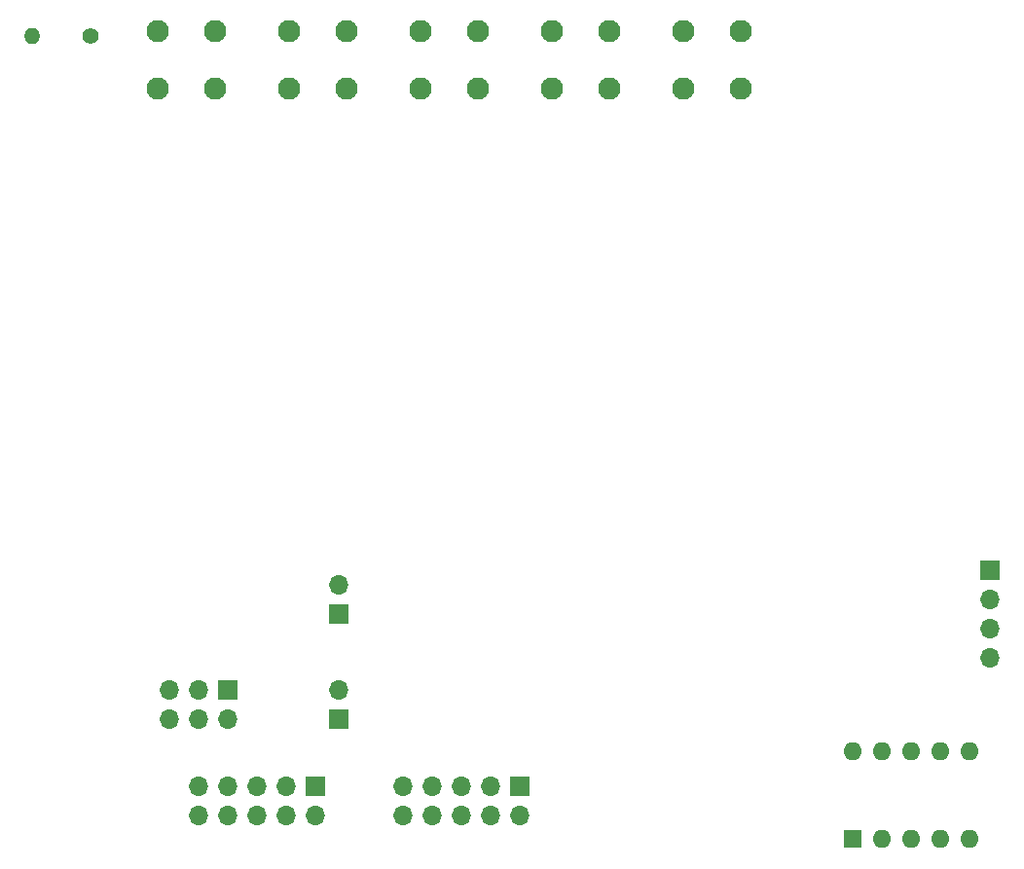
<source format=gbr>
%TF.GenerationSoftware,KiCad,Pcbnew,5.1.10-88a1d61d58~90~ubuntu20.04.1*%
%TF.CreationDate,2021-10-13T16:14:00+02:00*%
%TF.ProjectId,AI_V1,41495f56-312e-46b6-9963-61645f706362,rev?*%
%TF.SameCoordinates,Original*%
%TF.FileFunction,Soldermask,Bot*%
%TF.FilePolarity,Negative*%
%FSLAX46Y46*%
G04 Gerber Fmt 4.6, Leading zero omitted, Abs format (unit mm)*
G04 Created by KiCad (PCBNEW 5.1.10-88a1d61d58~90~ubuntu20.04.1) date 2021-10-13 16:14:00*
%MOMM*%
%LPD*%
G01*
G04 APERTURE LIST*
%ADD10O,1.600000X1.600000*%
%ADD11R,1.600000X1.600000*%
%ADD12C,1.950000*%
%ADD13O,1.700000X1.700000*%
%ADD14R,1.700000X1.700000*%
%ADD15O,1.400000X1.400000*%
%ADD16C,1.400000*%
G04 APERTURE END LIST*
D10*
%TO.C,SW1*%
X173736000Y-125476000D03*
X183896000Y-133096000D03*
X176276000Y-125476000D03*
X181356000Y-133096000D03*
X178816000Y-125476000D03*
X178816000Y-133096000D03*
X181356000Y-125476000D03*
X176276000Y-133096000D03*
X183896000Y-125476000D03*
D11*
X173736000Y-133096000D03*
%TD*%
D12*
%TO.C,J11*%
X118284000Y-62818000D03*
X118284000Y-67818000D03*
X113284000Y-62818000D03*
X113284000Y-67818000D03*
%TD*%
%TO.C,J10*%
X164004000Y-62818000D03*
X164004000Y-67818000D03*
X159004000Y-62818000D03*
X159004000Y-67818000D03*
%TD*%
%TO.C,J9*%
X152574000Y-62818000D03*
X152574000Y-67818000D03*
X147574000Y-62818000D03*
X147574000Y-67818000D03*
%TD*%
%TO.C,J8*%
X141144000Y-62818000D03*
X141144000Y-67818000D03*
X136144000Y-62818000D03*
X136144000Y-67818000D03*
%TD*%
%TO.C,J7*%
X129714000Y-62818000D03*
X129714000Y-67818000D03*
X124714000Y-62818000D03*
X124714000Y-67818000D03*
%TD*%
D13*
%TO.C,J6*%
X116840000Y-131064000D03*
X116840000Y-128524000D03*
X119380000Y-131064000D03*
X119380000Y-128524000D03*
X121920000Y-131064000D03*
X121920000Y-128524000D03*
X124460000Y-131064000D03*
X124460000Y-128524000D03*
X127000000Y-131064000D03*
D14*
X127000000Y-128524000D03*
%TD*%
D13*
%TO.C,J5*%
X134620000Y-131064000D03*
X134620000Y-128524000D03*
X137160000Y-131064000D03*
X137160000Y-128524000D03*
X139700000Y-131064000D03*
X139700000Y-128524000D03*
X142240000Y-131064000D03*
X142240000Y-128524000D03*
X144780000Y-131064000D03*
D14*
X144780000Y-128524000D03*
%TD*%
D13*
%TO.C,J4*%
X114300000Y-122682000D03*
X114300000Y-120142000D03*
X116840000Y-122682000D03*
X116840000Y-120142000D03*
X119380000Y-122682000D03*
D14*
X119380000Y-120142000D03*
%TD*%
D13*
%TO.C,J3*%
X129032000Y-110998000D03*
D14*
X129032000Y-113538000D03*
%TD*%
D13*
%TO.C,J2*%
X129032000Y-120142000D03*
D14*
X129032000Y-122682000D03*
%TD*%
D13*
%TO.C,J1*%
X185674000Y-117348000D03*
X185674000Y-114808000D03*
X185674000Y-112268000D03*
D14*
X185674000Y-109728000D03*
%TD*%
D15*
%TO.C,F1*%
X102362000Y-63246000D03*
D16*
X107442000Y-63246000D03*
%TD*%
M02*

</source>
